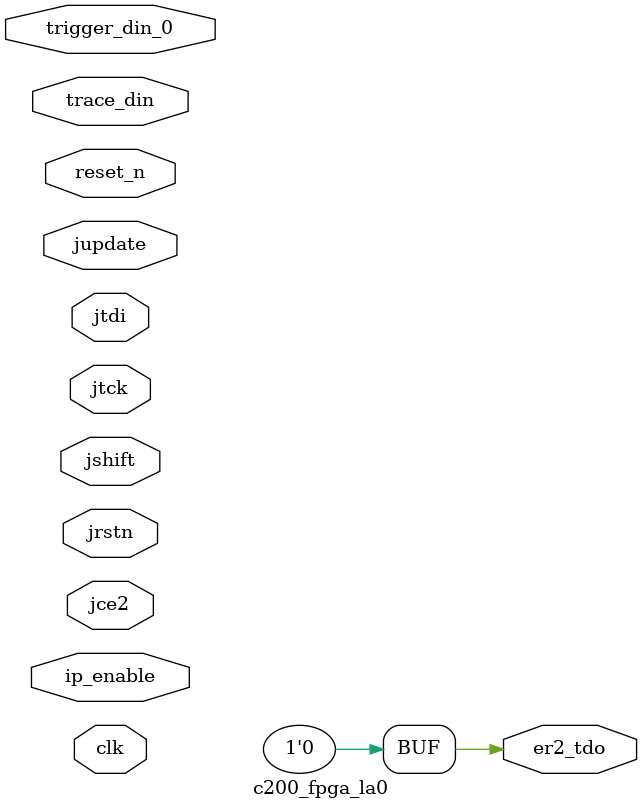
<source format=v>

/* WARNING - Changes to this file should be performed by re-running IPexpress
or modifying the .LPC file and regenerating the core.  Other changes may lead
to inconsistent simulation and/or implemenation results */

module c200_fpga_la0 (
    clk,
    reset_n,
    jtck,
    jrstn,
    jce2,
    jtdi,
    er2_tdo,
    jshift,
    jupdate,
    trigger_din_0,
    trace_din,
    ip_enable
);

// PARAMETERS DEFINED BY USER
localparam NUM_TRACE_SIGNALS   = 1;
localparam NUM_TRIGGER_SIGNALS = 1;
localparam INCLUDE_TRIG_DATA   = 0;
localparam NUM_TU_BITS_0       = 1;

input  clk;
input  reset_n;
input  jtck;
input  jrstn;
input  jce2;
input  jtdi;
output er2_tdo;
input  jshift;
input  jupdate;
input  [NUM_TU_BITS_0 -1:0] trigger_din_0;
input  [NUM_TRACE_SIGNALS + (NUM_TRIGGER_SIGNALS * INCLUDE_TRIG_DATA) -1:0] trace_din;
input  ip_enable;

assign er2_tdo = 1'b0;

endmodule

</source>
